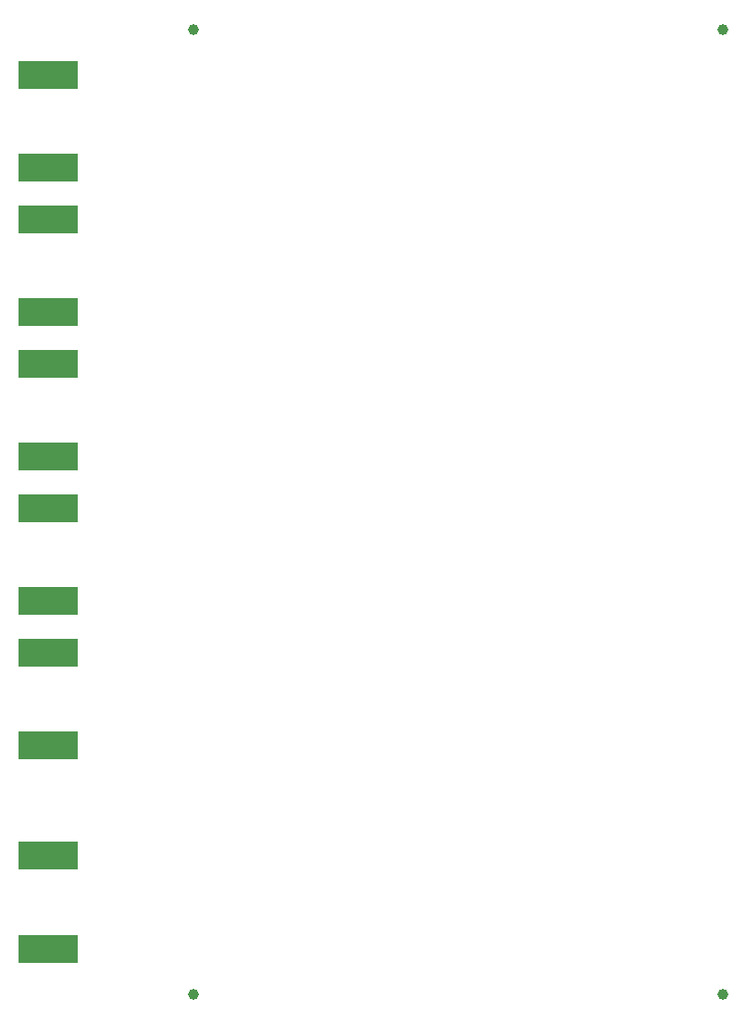
<source format=gbp>
%TF.GenerationSoftware,Altium Limited,Altium Designer,24.7.2 (38)*%
G04 Layer_Color=128*
%FSLAX45Y45*%
%MOMM*%
%TF.SameCoordinates,9240EED7-9CEB-46DE-ACC5-CDE2BC50BDCE*%
%TF.FilePolarity,Positive*%
%TF.FileFunction,Paste,Bot*%
%TF.Part,Single*%
G01*
G75*
%TA.AperFunction,SMDPad,CuDef*%
%ADD10C,1.00000*%
%TA.AperFunction,ConnectorPad*%
%ADD11R,5.50000X2.50000*%
D10*
X2300000Y9600000D02*
D03*
X7140000Y9599999D02*
D03*
Y779998D02*
D03*
X2299999Y779999D02*
D03*
D11*
X965000Y3054998D02*
D03*
Y3904998D02*
D03*
X965001Y4374999D02*
D03*
Y5224999D02*
D03*
X965000Y2045000D02*
D03*
Y1195000D02*
D03*
Y4375000D02*
D03*
Y5225000D02*
D03*
X965000Y8335000D02*
D03*
Y9185000D02*
D03*
X965000Y7015000D02*
D03*
Y7865000D02*
D03*
Y6545000D02*
D03*
Y5695000D02*
D03*
Y3905000D02*
D03*
Y3055000D02*
D03*
%TF.MD5,66175d59cd0126551f37a4e14b704200*%
M02*

</source>
